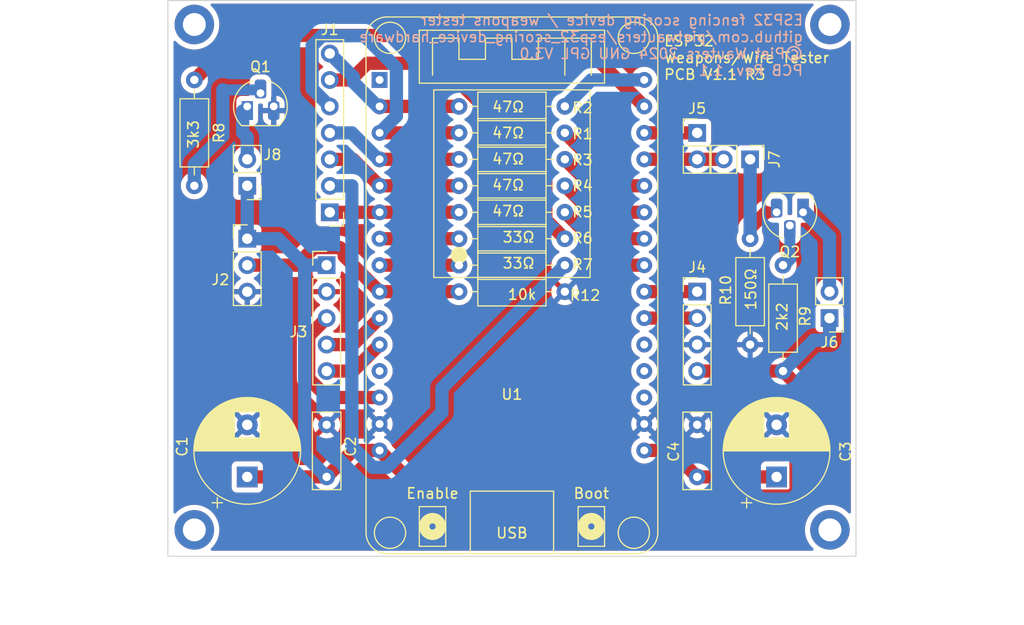
<source format=kicad_pcb>
(kicad_pcb (version 20241229) (generator "pcbnew") (generator_version "9.0")
  (title_block (title "ESP32 WeaponWireTester V1.1") (date "2025-09-09") (rev "R3") (company "Piet Wauters, Claude Wolter") (comment 1 "https://github.com/pietwauters/WeaponWireTester") (comment 2 "©2025  CC BY-NC-SA 4.0") (comment 4 "R3: replace transistor footprints with handsolder friendly"))
  (layers (0 "F.Cu" signal) (2 "B.Cu" signal) (13 "F.Paste" user) (15 "B.Paste" user) (5 "F.SilkS" user "F.Silkscreen") (7 "B.SilkS" user "B.Silkscreen") (1 "F.Mask" user) (3 "B.Mask" user) (25 "Edge.Cuts" user))
  (net 0 "")
  (net 1 "+5V")
  (net 2 "+3.3V")
  (net 3 "GND")
  (net 4 "Net-(J1-Pin_6)")
  (net 5 "Net-(J1-Pin_3)")
  (net 6 "Net-(J1-Pin_1)")
  (net 7 "Net-(J1-Pin_2)")
  (net 8 "Net-(J1-Pin_7)")
  (net 9 "Net-(J1-Pin_4)")
  (net 10 "Net-(J1-Pin_5)")
  (net 11 "Net-(J2-Pin_2)")
  (net 12 "Net-(J3-Pin_4)")
  (net 13 "Net-(J3-Pin_3)")
  (net 14 "Net-(J3-Pin_5)")
  (net 15 "Net-(J4-Pin_1)")
  (net 16 "Net-(J4-Pin_2)")
  (net 17 "Net-(J5-Pin_2)")
  (net 18 "Net-(J5-Pin_1)")
  (net 19 "Net-(J6-Pin_2)")
  (net 20 "Net-(J7-Pin_1)")
  (net 21 "Net-(J8-Pin_2)")
  (net 22 "Net-(Q1-B)")
  (net 23 "Net-(Q2-B)")
  (net 24 "Net-(U1-IO21)")
  (net 25 "Net-(U1-IO23)")
  (net 26 "Net-(U1-IO19)")
  (net 27 "Net-(U1-IO18)")
  (net 28 "Net-(U1-IO5)")
  (net 29 "Net-(U1-IO33)")
  (net 30 "Net-(U1-IO25)")
  (net 31 "Net-(U1-IO22)")
  (footprint "Package_TO_SOT_THT:TO-92L_HandSolder" (layer "F.Cu") (at 170.67 80.48 180)
    (property "Reference" "Q2" (at 1.27 -3.8 180) (layer "F.SilkS"))
    (property "Value" "BC337")
    (pad "1" thru_hole rect (at 0 0 180) (size 1.1 1.8) (drill 0.75 (offset 0 0.4)) (layers "*.Cu" "*.Mask") (net 19 "Net-(J6-Pin_2)"))
    (pad "2" thru_hole roundrect (at 1.27 -1.27 180) (size 1.1 1.8) (drill 0.75 (offset 0 -0.4)) (layers "*.Cu" "*.Mask") (net 23 "Net-(Q2-B)"))
    (pad "3" thru_hole roundrect (at 2.54 0 180) (size 1.1 1.8) (drill 0.75 (offset 0 0.4)) (layers "*.Cu" "*.Mask") (net 20 "Net-(J7-Pin_1)"))
  )
  (footprint "Capacitor_THT:C_Rect_L7.2mm_W2.5mm_P5.00mm_FKS2_FKP2_MKS2_MKP2" (layer "F.Cu") (at 124.95 105.88 90)
    (property "Reference" "C2" (at 2.92 2.3 90) (layer "F.SilkS"))
    (property "Value" "100nF")
    (pad "1" thru_hole circle (at 0 0 90) (size 1.6 1.6) (drill 0.8) (layers "*.Cu" "*.Mask") (net 1 "+5V"))
    (pad "2" thru_hole circle (at 5 0 90) (size 1.6 1.6) (drill 0.8) (layers "*.Cu" "*.Mask") (net 3 "GND"))
  )
  (footprint "Resistor_THT:R_Axial_DIN0207_L6.3mm_D2.5mm_P10.16mm_Horizontal" (layer "F.Cu") (at 137.65 83.02)
    (property "Reference" "R6" (at 11.85 -0.06 0) (layer "F.SilkS"))
    (property "Value" "33R")
    (pad "1" thru_hole circle (at 0 0) (size 1.6 1.6) (drill 0.8) (layers "*.Cu" "*.Mask") (net 29 "Net-(U1-IO33)"))
    (pad "2" thru_hole oval (at 10.16 0) (size 1.6 1.6) (drill 0.8) (layers "*.Cu" "*.Mask") (net 4 "Net-(J1-Pin_6)"))
  )
  (footprint "Connector_PinHeader_2.54mm:PinHeader_1x02_P2.54mm_Vertical" (layer "F.Cu") (at 165.59 75.4 -90)
    (property "Reference" "J7" (at 0 -2.33 90) (layer "F.SilkS"))
    (property "Value" "Conn_01x02")
    (pad "1" thru_hole rect (at 0 0 270) (size 1.7 1.7) (drill 1) (layers "*.Cu" "*.Mask") (net 20 "Net-(J7-Pin_1)"))
    (pad "2" thru_hole oval (at 0 2.54 270) (size 1.7 1.7) (drill 1) (layers "*.Cu" "*.Mask") (net 17 "Net-(J5-Pin_2)"))
  )
  (footprint "Connector_PinHeader_2.54mm:PinHeader_1x03_P2.54mm_Vertical" (layer "F.Cu") (at 117.33 83.02)
    (property "Reference" "J2" (at -2.58 3.94 0) (layer "F.SilkS"))
    (property "Value" "Conn_01x03")
    (pad "1" thru_hole rect (at 0 0) (size 1.7 1.7) (drill 1) (layers "*.Cu" "*.Mask") (net 1 "+5V"))
    (pad "2" thru_hole oval (at 0 2.54) (size 1.7 1.7) (drill 1) (layers "*.Cu" "*.Mask") (net 11 "Net-(J2-Pin_2)"))
    (pad "3" thru_hole oval (at 0 5.08) (size 1.7 1.7) (drill 1) (layers "*.Cu" "*.Mask") (net 3 "GND"))
  )
  (footprint "Resistor_THT:R_Axial_DIN0207_L6.3mm_D2.5mm_P10.16mm_Horizontal" (layer "F.Cu") (at 137.65 85.56)
    (property "Reference" "R7" (at 11.85 -0.06 0) (layer "F.SilkS"))
    (property "Value" "33R")
    (pad "1" thru_hole circle (at 0 0) (size 1.6 1.6) (drill 0.8) (layers "*.Cu" "*.Mask") (net 30 "Net-(U1-IO25)"))
    (pad "2" thru_hole oval (at 10.16 0) (size 1.6 1.6) (drill 0.8) (layers "*.Cu" "*.Mask") (net 7 "Net-(J1-Pin_2)"))
  )
  (footprint "Connector_PinHeader_2.54mm:PinHeader_1x02_P2.54mm_Vertical" (layer "F.Cu") (at 173.21 90.64 180)
    (property "Reference" "J6" (at 0 -2.33 0) (layer "F.SilkS"))
    (property "Value" "Conn_01x02")
    (pad "1" thru_hole rect (at 0 0 180) (size 1.7 1.7) (drill 1) (layers "*.Cu" "*.Mask") (net 1 "+5V"))
    (pad "2" thru_hole oval (at 0 2.54 180) (size 1.7 1.7) (drill 1) (layers "*.Cu" "*.Mask") (net 19 "Net-(J6-Pin_2)"))
  )
  (footprint "Resistor_THT:R_Axial_DIN0207_L6.3mm_D2.5mm_P10.16mm_Horizontal" (layer "F.Cu") (at 147.81 88.1 180)
    (property "Reference" "R12" (at -1.94 -0.36 0) (layer "F.SilkS"))
    (property "Value" "10k")
    (pad "1" thru_hole circle (at 0 0 180) (size 1.6 1.6) (drill 0.8) (layers "*.Cu" "*.Mask") (net 3 "GND"))
    (pad "2" thru_hole oval (at 10.16 0 180) (size 1.6 1.6) (drill 0.8) (layers "*.Cu" "*.Mask") (net 11 "Net-(J2-Pin_2)"))
  )
  (footprint "Package_TO_SOT_THT:TO-92L_HandSolder" (layer "F.Cu") (at 117.33 70.32)
    (property "Reference" "Q1" (at 1.27 -3.8 0) (layer "F.SilkS"))
    (property "Value" "BC337")
    (pad "1" thru_hole rect (at 0 0) (size 1.1 1.8) (drill 0.75 (offset 0 0.4)) (layers "*.Cu" "*.Mask") (net 21 "Net-(J8-Pin_2)"))
    (pad "2" thru_hole roundrect (at 1.27 -1.27) (size 1.1 1.8) (drill 0.75 (offset 0 -0.4)) (layers "*.Cu" "*.Mask") (net 22 "Net-(Q1-B)"))
    (pad "3" thru_hole roundrect (at 2.54 0) (size 1.1 1.8) (drill 0.75 (offset 0 0.4)) (layers "*.Cu" "*.Mask") (net 3 "GND"))
  )
  (footprint "MountingHole:MountingHole_2.2mm_M2_DIN965_Pad_TopBottom" (layer "F.Cu") (at 112.25 62.46)
    (property "Reference" "HOLE1" (hide yes))
    (property "Value" "MountingHole_2.2mm_M2_DIN965_Pad_TopBottom")
    (pad "1" thru_hole circle (at 0 0) (size 2.6 2.6) (drill 2.2) (layers "*.Cu" "*.Mask"))
    (pad "1" connect circle (at 0 0) (size 3.8 3.8) (layers "F.Cu" "F.Mask"))
    (pad "1" connect circle (at 0 0) (size 3.8 3.8) (layers "B.Cu" "B.Mask"))
  )
  (footprint "Resistor_THT:R_Axial_DIN0207_L6.3mm_D2.5mm_P10.16mm_Horizontal" (layer "F.Cu") (at 165.59 83.02 -90)
    (property "Reference" "R10" (at 4.94 2.34 90) (layer "F.SilkS"))
    (property "Value" "150")
    (pad "1" thru_hole circle (at 0 0 270) (size 1.6 1.6) (drill 0.8) (layers "*.Cu" "*.Mask") (net 20 "Net-(J7-Pin_1)"))
    (pad "2" thru_hole oval (at 10.16 0 270) (size 1.6 1.6) (drill 0.8) (layers "*.Cu" "*.Mask") (net 3 "GND"))
  )
  (footprint "Resistor_THT:R_Axial_DIN0207_L6.3mm_D2.5mm_P10.16mm_Horizontal" (layer "F.Cu") (at 147.81 80.48 180)
    (property "Reference" "R5" (at -1.69 0.02 0) (layer "F.SilkS"))
    (property "Value" "47R")
    (pad "1" thru_hole circle (at 0 0 180) (size 1.6 1.6) (drill 0.8) (layers "*.Cu" "*.Mask") (net 28 "Net-(U1-IO5)"))
    (pad "2" thru_hole oval (at 10.16 0 180) (size 1.6 1.6) (drill 0.8) (layers "*.Cu" "*.Mask") (net 6 "Net-(J1-Pin_1)"))
  )
  (footprint "Resistor_THT:R_Axial_DIN0207_L6.3mm_D2.5mm_P10.16mm_Horizontal" (layer "F.Cu") (at 168.75 95.72 90)
    (property "Reference" "R9" (at 5.26 2.12 90) (layer "F.SilkS"))
    (property "Value" "2k2")
    (pad "1" thru_hole circle (at 0 0 90) (size 1.6 1.6) (drill 0.8) (layers "*.Cu" "*.Mask") (net 1 "+5V"))
    (pad "2" thru_hole oval (at 10.16 0 90) (size 1.6 1.6) (drill 0.8) (layers "*.Cu" "*.Mask") (net 23 "Net-(Q2-B)"))
  )
  (footprint "Resistor_THT:R_Axial_DIN0207_L6.3mm_D2.5mm_P10.16mm_Horizontal" (layer "F.Cu") (at 112.25 67.78 -90)
    (property "Reference" "R8" (at 5.08 -2.37 90) (layer "F.SilkS"))
    (property "Value" "3K3")
    (pad "1" thru_hole circle (at 0 0 270) (size 1.6 1.6) (drill 0.8) (layers "*.Cu" "*.Mask") (net 31 "Net-(U1-IO22)"))
    (pad "2" thru_hole oval (at 10.16 0 270) (size 1.6 1.6) (drill 0.8) (layers "*.Cu" "*.Mask") (net 22 "Net-(Q1-B)"))
  )
  (footprint "Connector_PinHeader_2.54mm:PinHeader_1x02_P2.54mm_Vertical" (layer "F.Cu") (at 160.51 72.86)
    (property "Reference" "J5" (at 0 -2.33 0) (layer "F.SilkS"))
    (property "Value" "Conn_01x02")
    (pad "1" thru_hole rect (at 0 0) (size 1.7 1.7) (drill 1) (layers "*.Cu" "*.Mask") (net 18 "Net-(J5-Pin_1)"))
    (pad "2" thru_hole oval (at 0 2.54) (size 1.7 1.7) (drill 1) (layers "*.Cu" "*.Mask") (net 17 "Net-(J5-Pin_2)"))
  )
  (footprint "Resistor_THT:R_Axial_DIN0207_L6.3mm_D2.5mm_P10.16mm_Horizontal" (layer "F.Cu") (at 147.81 75.4 180)
    (property "Reference" "R3" (at -1.69 -0.06 0) (layer "F.SilkS"))
    (property "Value" "47R")
    (pad "1" thru_hole circle (at 0 0 180) (size 1.6 1.6) (drill 0.8) (layers "*.Cu" "*.Mask") (net 26 "Net-(U1-IO19)"))
    (pad "2" thru_hole oval (at 10.16 0 180) (size 1.6 1.6) (drill 0.8) (layers "*.Cu" "*.Mask") (net 9 "Net-(J1-Pin_4)"))
  )
  (footprint "Resistor_THT:R_Axial_DIN0207_L6.3mm_D2.5mm_P10.16mm_Horizontal" (layer "F.Cu") (at 147.81 70.32 180)
    (property "Reference" "R2" (at -1.69 -0.14 0) (layer "F.SilkS"))
    (property "Value" "47R")
    (pad "1" thru_hole circle (at 0 0 180) (size 1.6 1.6) (drill 0.8) (layers "*.Cu" "*.Mask") (net 25 "Net-(U1-IO23)"))
    (pad "2" thru_hole oval (at 10.16 0 180) (size 1.6 1.6) (drill 0.8) (layers "*.Cu" "*.Mask") (net 8 "Net-(J1-Pin_7)"))
  )
  (footprint "MountingHole:MountingHole_2.2mm_M2_DIN965_Pad_TopBottom" (layer "F.Cu") (at 173.25 62.46)
    (property "Reference" "HOLE2" (hide yes))
    (property "Value" "MountingHole_2.2mm_M2_DIN965_Pad_TopBottom")
    (pad "1" thru_hole circle (at 0 0) (size 2.6 2.6) (drill 2.2) (layers "*.Cu" "*.Mask"))
    (pad "1" connect circle (at 0 0) (size 3.8 3.8) (layers "F.Cu" "F.Mask"))
    (pad "1" connect circle (at 0 0) (size 3.8 3.8) (layers "B.Cu" "B.Mask"))
  )
  (footprint "Capacitor_THT:C_Rect_L7.2mm_W2.5mm_P5.00mm_FKS2_FKP2_MKS2_MKP2" (layer "F.Cu") (at 160.51 105.88 90)
    (property "Reference" "C4" (at 2.42 -2.26 90) (layer "F.SilkS"))
    (property "Value" "100nF")
    (pad "1" thru_hole circle (at 0 0 90) (size 1.6 1.6) (drill 0.8) (layers "*.Cu" "*.Mask") (net 2 "+3.3V"))
    (pad "2" thru_hole circle (at 5 0 90) (size 1.6 1.6) (drill 0.8) (layers "*.Cu" "*.Mask") (net 3 "GND"))
  )
  (footprint "Connector_PinHeader_2.54mm:PinHeader_1x02_P2.54mm_Vertical" (layer "F.Cu") (at 117.33 77.94 180)
    (property "Reference" "J8" (at -2.42 2.98 0) (layer "F.SilkS"))
    (property "Value" "Conn_01x02")
    (pad "1" thru_hole rect (at 0 0 180) (size 1.7 1.7) (drill 1) (layers "*.Cu" "*.Mask") (net 1 "+5V"))
    (pad "2" thru_hole oval (at 0 2.54 180) (size 1.7 1.7) (drill 1) (layers "*.Cu" "*.Mask") (net 21 "Net-(J8-Pin_2)"))
  )
  (footprint "Capacitor_THT:CP_Radial_D10.0mm_P5.00mm" (layer "F.Cu") (at 117.33 105.88 90)
    (property "Reference" "C1" (at 2.92 -6.25 90) (layer "F.SilkS"))
    (property "Value" "470uF")
    (pad "1" thru_hole rect (at 0 0 90) (size 2 2) (drill 1) (layers "*.Cu" "*.Mask") (net 1 "+5V"))
    (pad "2" thru_hole circle (at 5 0 90) (size 2 2) (drill 1) (layers "*.Cu" "*.Mask") (net 3 "GND"))
  )
  (footprint "Capacitor_THT:CP_Radial_D10.0mm_P5.00mm" (layer "F.Cu") (at 168.13 105.88 90)
    (property "Reference" "C3" (at 2.42 6.62 90) (layer "F.SilkS"))
    (property "Value" "470uF")
    (pad "1" thru_hole rect (at 0 0 90) (size 2 2) (drill 1) (layers "*.Cu" "*.Mask") (net 2 "+3.3V"))
    (pad "2" thru_hole circle (at 5 0 90) (size 2 2) (drill 1) (layers "*.Cu" "*.Mask") (net 3 "GND"))
  )
  (footprint "Connector_PinHeader_2.54mm:PinHeader_1x04_P2.54mm_Vertical" (layer "F.Cu") (at 160.51 88.1)
    (property "Reference" "J4" (at 0 -2.33 0) (layer "F.SilkS"))
    (property "Value" "Conn_01x04")
    (pad "1" thru_hole rect (at 0 0) (size 1.7 1.7) (drill 1) (layers "*.Cu" "*.Mask") (net 15 "Net-(J4-Pin_1)"))
    (pad "2" thru_hole oval (at 0 2.54) (size 1.7 1.7) (drill 1) (layers "*.Cu" "*.Mask") (net 16 "Net-(J4-Pin_2)"))
    (pad "3" thru_hole oval (at 0 5.08) (size 1.7 1.7) (drill 1) (layers "*.Cu" "*.Mask") (net 3 "GND"))
    (pad "4" thru_hole oval (at 0 7.62) (size 1.7 1.7) (drill 1) (layers "*.Cu" "*.Mask") (net 1 "+5V"))
  )
  (footprint "MountingHole:MountingHole_2.2mm_M2_DIN965_Pad_TopBottom" (layer "F.Cu") (at 173.25 110.96)
    (property "Reference" "HOLE3" (hide yes))
    (property "Value" "MountingHole_2.2mm_M2_DIN965_Pad_TopBottom")
    (pad "1" thru_hole circle (at 0 0) (size 2.6 2.6) (drill 2.2) (layers "*.Cu" "*.Mask"))
    (pad "1" connect circle (at 0 0) (size 3.8 3.8) (layers "F.Cu" "F.Mask"))
    (pad "1" connect circle (at 0 0) (size 3.8 3.8) (layers "B.Cu" "B.Mask"))
  )
  (footprint "Resistor_THT:R_Axial_DIN0207_L6.3mm_D2.5mm_P10.16mm_Horizontal" (layer "F.Cu") (at 147.81 72.86 180)
    (property "Reference" "R1" (at -1.69 -0.1 0) (layer "F.SilkS"))
    (property "Value" "47R")
    (pad "1" thru_hole circle (at 0 0 180) (size 1.6 1.6) (drill 0.8) (layers "*.Cu" "*.Mask") (net 24 "Net-(U1-IO21)"))
    (pad "2" thru_hole oval (at 10.16 0 180) (size 1.6 1.6) (drill 0.8) (layers "*.Cu" "*.Mask") (net 10 "Net-(J1-Pin_5)"))
  )
  (footprint "Connector_PinHeader_2.54mm:PinHeader_1x05_P2.54mm_Vertical" (layer "F.Cu") (at 124.95 85.56)
    (property "Reference" "J3" (at -2.7 6.4 0) (layer "F.SilkS"))
    (property "Value" "Conn_01x05")
    (pad "1" thru_hole rect (at 0 0) (size 1.7 1.7) (drill 1) (layers "*.Cu" "*.Mask") (net 1 "+5V"))
    (pad "2" thru_hole oval (at 0 2.54) (size 1.7 1.7) (drill 1) (layers "*.Cu" "*.Mask") (net 3 "GND"))
    (pad "3" thru_hole oval (at 0 5.08) (size 1.7 1.7) (drill 1) (layers "*.Cu" "*.Mask") (net 13 "Net-(J3-Pin_3)"))
    (pad "4" thru_hole oval (at 0 7.62) (size 1.7 1.7) (drill 1) (layers "*.Cu" "*.Mask") (net 12 "Net-(J3-Pin_4)"))
    (pad "5" thru_hole oval (at 0 10.16) (size 1.7 1.7) (drill 1) (layers "*.Cu" "*.Mask") (net 14 "Net-(J3-Pin_5)"))
  )
  (footprint "ESP32_DevKit_V1_DOIT:esp32_devkit_v1_doit" (layer "F.Cu") (at 142.73 67.78)
    (property "Reference" "U1" (at 0 30.18 0) (layer "F.SilkS"))
    (property "Value" "ESP32_DevKit_V1_DOIT")
    (fp_text user "Enable" (at -7.62 39.68 0) (layer "F.SilkS"))
    (fp_text user "Boot" (at 7.62 39.68 0) (layer "F.SilkS"))
    (fp_text user "USB" (at 0 43.49 0) (layer "F.SilkS"))
    (pad "1" thru_hole rect (at -12.7 0) (size 1.524 1.524) (drill 0.762) (layers "*.Cu" "*.Mask"))
    (pad "2" thru_hole circle (at -12.7 2.54) (size 1.524 1.524) (drill 0.762) (layers "*.Cu" "*.Mask") (net 8 "Net-(J1-Pin_7)"))
    (pad "3" thru_hole circle (at -12.7 5.08) (size 1.524 1.524) (drill 0.762) (layers "*.Cu" "*.Mask") (net 10 "Net-(J1-Pin_5)"))
    (pad "4" thru_hole circle (at -12.7 7.62) (size 1.524 1.524) (drill 0.762) (layers "*.Cu" "*.Mask") (net 9 "Net-(J1-Pin_4)"))
    (pad "5" thru_hole circle (at -12.7 10.16) (size 1.524 1.524) (drill 0.762) (layers "*.Cu" "*.Mask") (net 5 "Net-(J1-Pin_3)"))
    (pad "6" thru_hole circle (at -12.7 12.7) (size 1.524 1.524) (drill 0.762) (layers "*.Cu" "*.Mask") (net 6 "Net-(J1-Pin_1)"))
    (pad "7" thru_hole circle (at -12.7 15.24) (size 1.524 1.524) (drill 0.762) (layers "*.Cu" "*.Mask") (net 29 "Net-(U1-IO33)"))
    (pad "8" thru_hole circle (at -12.7 17.78) (size 1.524 1.524) (drill 0.762) (layers "*.Cu" "*.Mask") (net 30 "Net-(U1-IO25)"))
    (pad "9" thru_hole circle (at -12.7 20.32) (size 1.524 1.524) (drill 0.762) (layers "*.Cu" "*.Mask") (net 11 "Net-(J2-Pin_2)"))
    (pad "10" thru_hole circle (at -12.7 22.86) (size 1.524 1.524) (drill 0.762) (layers "*.Cu" "*.Mask") (net 12 "Net-(J3-Pin_4)"))
    (pad "11" thru_hole circle (at -12.7 25.4) (size 1.524 1.524) (drill 0.762) (layers "*.Cu" "*.Mask") (net 14 "Net-(J3-Pin_5)"))
    (pad "12" thru_hole circle (at -12.7 27.94) (size 1.524 1.524) (drill 0.762) (layers "*.Cu" "*.Mask"))
    (pad "13" thru_hole circle (at -12.7 30.48) (size 1.524 1.524) (drill 0.762) (layers "*.Cu" "*.Mask") (net 13 "Net-(J3-Pin_3)"))
    (pad "14" thru_hole circle (at -12.7 33.02) (size 1.524 1.524) (drill 0.762) (layers "*.Cu" "*.Mask") (net 3 "GND"))
    (pad "15" thru_hole circle (at -12.7 35.56) (size 1.524 1.524) (drill 0.762) (layers "*.Cu" "*.Mask") (net 1 "+5V"))
    (pad "16" thru_hole circle (at 12.7 35.56) (size 1.524 1.524) (drill 0.762) (layers "*.Cu" "*.Mask") (net 2 "+3.3V"))
    (pad "17" thru_hole circle (at 12.7 33.02) (size 1.524 1.524) (drill 0.762) (layers "*.Cu" "*.Mask") (net 3 "GND"))
    (pad "18" thru_hole circle (at 12.7 30.48) (size 1.524 1.524) (drill 0.762) (layers "*.Cu" "*.Mask"))
    (pad "19" thru_hole circle (at 12.7 27.94) (size 1.524 1.524) (drill 0.762) (layers "*.Cu" "*.Mask"))
    (pad "20" thru_hole circle (at 12.7 25.4) (size 1.524 1.524) (drill 0.762) (layers "*.Cu" "*.Mask"))
    (pad "21" thru_hole circle (at 12.7 22.86) (size 1.524 1.524) (drill 0.762) (layers "*.Cu" "*.Mask") (net 16 "Net-(J4-Pin_2)"))
    (pad "22" thru_hole circle (at 12.7 20.32) (size 1.524 1.524) (drill 0.762) (layers "*.Cu" "*.Mask") (net 15 "Net-(J4-Pin_1)"))
    (pad "23" thru_hole circle (at 12.7 17.78) (size 1.524 1.524) (drill 0.762) (layers "*.Cu" "*.Mask") (net 28 "Net-(U1-IO5)"))
    (pad "24" thru_hole circle (at 12.7 15.24) (size 1.524 1.524) (drill 0.762) (layers "*.Cu" "*.Mask") (net 27 "Net-(U1-IO18)"))
    (pad "25" thru_hole circle (at 12.7 12.7) (size 1.524 1.524) (drill 0.762) (layers "*.Cu" "*.Mask") (net 26 "Net-(U1-IO19)"))
    (pad "26" thru_hole circle (at 12.7 10.16) (size 1.524 1.524) (drill 0.762) (layers "*.Cu" "*.Mask") (net 24 "Net-(U1-IO21)"))
    (pad "27" thru_hole circle (at 12.7 7.62) (size 1.524 1.524) (drill 0.762) (layers "*.Cu" "*.Mask") (net 17 "Net-(J5-Pin_2)"))
    (pad "28" thru_hole circle (at 12.7 5.08) (size 1.524 1.524) (drill 0.762) (layers "*.Cu" "*.Mask") (net 18 "Net-(J5-Pin_1)"))
    (pad "29" thru_hole circle (at 12.7 2.54) (size 1.524 1.524) (drill 0.762) (layers "*.Cu" "*.Mask") (net 31 "Net-(U1-IO22)"))
    (pad "30" thru_hole circle (at 12.7 0) (size 1.524 1.524) (drill 0.762) (layers "*.Cu" "*.Mask") (net 25 "Net-(U1-IO23)"))
  )
  (footprint "Resistor_THT:R_Axial_DIN0207_L6.3mm_D2.5mm_P10.16mm_Horizontal" (layer "F.Cu") (at 147.81 77.94 180)
    (property "Reference" "R4" (at -1.69 -0.02 0) (layer "F.SilkS"))
    (property "Value" "47R")
    (pad "1" thru_hole circle (at 0 0 180) (size 1.6 1.6) (drill 0.8) (layers "*.Cu" "*.Mask") (net 27 "Net-(U1-IO18)"))
    (pad "2" thru_hole oval (at 10.16 0 180) (size 1.6 1.6) (drill 0.8) (layers "*.Cu" "*.Mask") (net 5 "Net-(J1-Pin_3)"))
  )
  (footprint "Connector_PinHeader_2.54mm:PinHeader_1x07_P2.54mm_Vertical" (layer "F.Cu") (at 125.25 80.485 180)
    (property "Reference" "J1" (at 0 17.525 0) (layer "F.SilkS"))
    (property "Value" "Conn_01x07")
    (pad "1" thru_hole rect (at 0 0 180) (size 1.7 1.7) (drill 1) (layers "*.Cu" "*.Mask") (net 6 "Net-(J1-Pin_1)"))
    (pad "2" thru_hole oval (at 0 2.54 180) (size 1.7 1.7) (drill 1) (layers "*.Cu" "*.Mask") (net 7 "Net-(J1-Pin_2)"))
    (pad "3" thru_hole oval (at 0 5.08 180) (size 1.7 1.7) (drill 1) (layers "*.Cu" "*.Mask") (net 5 "Net-(J1-Pin_3)"))
    (pad "4" thru_hole oval (at 0 7.62 180) (size 1.7 1.7) (drill 1) (layers "*.Cu" "*.Mask") (net 9 "Net-(J1-Pin_4)"))
    (pad "5" thru_hole oval (at 0 10.16 180) (size 1.7 1.7) (drill 1) (layers "*.Cu" "*.Mask") (net 10 "Net-(J1-Pin_5)"))
    (pad "6" thru_hole oval (at 0 12.7 180) (size 1.7 1.7) (drill 1) (layers "*.Cu" "*.Mask") (net 4 "Net-(J1-Pin_6)"))
    (pad "7" thru_hole oval (at 0 15.24 180) (size 1.7 1.7) (drill 1) (layers "*.Cu" "*.Mask") (net 8 "Net-(J1-Pin_7)"))
  )
  (footprint "MountingHole:MountingHole_2.2mm_M2_DIN965_Pad_TopBottom" (layer "F.Cu") (at 112.25 110.96)
    (property "Reference" "HOLE4" (hide yes))
    (property "Value" "MountingHole_2.2mm_M2_DIN965_Pad_TopBottom")
    (pad "1" thru_hole circle (at 0 0) (size 2.6 2.6) (drill 2.2) (layers "*.Cu" "*.Mask"))
    (pad "1" connect circle (at 0 0) (size 3.8 3.8) (layers "F.Cu" "F.Mask"))
    (pad "1" connect circle (at 0 0) (size 3.8 3.8) (layers "B.Cu" "B.Mask"))
  )
  (gr_poly (pts (xy 175.75 113.5) (xy 109.71 113.5) (xy 109.71 60.16) (xy 175.75 60.16)) (stroke (width 0.1)) (fill no) (layer "Edge.Cuts"))
  (gr_text "3k3" (at 112.75 74.46 90) (layer "F.SilkS") (effects (font (size 1 1)) (justify left bottom)))
  (gr_text "47Ω" (at 140.75 73.46 0) (layer "F.SilkS") (effects (font (size 1 1)) (justify left bottom)))
  (gr_text "33Ω" (at 141.75 83.46 0) (layer "F.SilkS") (effects (font (size 1 1)) (justify left bottom)))
  (gr_text "150Ω" (at 166.25 89.96 90) (layer "F.SilkS") (effects (font (size 1 1)) (justify left bottom)))
  (gr_text "47Ω" (at 140.75 78.46 0) (layer "F.SilkS") (effects (font (size 1 1)) (justify left bottom)))
  (gr_text "47Ω" (at 140.75 70.96 0) (layer "F.SilkS") (effects (font (size 1 1)) (justify left bottom)))
  (gr_text "47Ω" (at 140.75 80.96 0) (layer "F.SilkS") (effects (font (size 1 1)) (justify left bottom)))
  (gr_text "47Ω" (at 140.75 75.96 0) (layer "F.SilkS") (effects (font (size 1 1)) (justify left bottom)))
  (gr_text "33Ω" (at 141.75 85.96 0) (layer "F.SilkS") (effects (font (size 1 1)) (justify left bottom)))
  (gr_text "2k2" (at 169.25 91.96 90) (layer "F.SilkS") (effects (font (size 1 1)) (justify left bottom)))
  (gr_text "ESP32 \nWeapons/Wire Tester \nPCB V1.1 R3\n\n" (at 157.25 69.46 0) (layer "F.SilkS") (effects (font (size 1 1)) (justify left bottom)))
  (gr_text "10k" (at 142.25 88.96 0) (layer "F.SilkS") (effects (font (size 1 1)) (justify left bottom)))
  (gr_text "ESP32 fencing scoring device / weapons tester\ngithub.com/pietwauters/esp32_scoring_device_hardware\n©Piet Wauters 2024 GNU GPL V3.0\nPCB Rev. 1.1" (at 170.75 67.46 0) (layer "B.SilkS") (effects (font (size 1 1)) (justify left bottom mirror)))
  (segment (start 169.9932 107.2363) (end 169.9932 96.9632) (width 1.27) (layer "F.Cu") (net 1))
  (segment (start 168.75 95.72) (end 160.51 95.72) (width 1.27) (layer "F.Cu") (net 1))
  (segment (start 124.95 105.88) (end 127.49 103.34) (width 1.27) (layer "F.Cu") (net 1))
  (segment (start 169.9932 96.9632) (end 168.75 95.72) (width 1.27) (layer "F.Cu") (net 1))
  (segment (start 117.33 105.88) (end 124.95 105.88) (width 1.27) (layer "F.Cu") (net 1))
  (segment (start 169.5128 107.7167) (end 169.9932 107.2363) (width 1.27) (layer "F.Cu") (net 1))
  (segment (start 134.4067 107.7167) (end 169.5128 107.7167) (width 1.27) (layer "F.Cu") (net 1))
  (segment (start 127.49 103.34) (end 130.03 103.34) (width 1.27) (layer "F.Cu") (net 1))
  (segment (start 130.03 103.34) (end 134.4067 107.7167) (width 1.27) (layer "F.Cu") (net 1))
  (segment (start 173.21 90.64) (end 173.21 92.76) (width 1.27) (layer "B.Cu") (net 1))
  (segment (start 122.83 103.76) (end 124.95 105.88) (width 1.27) (layer "B.Cu") (net 1))
  (segment (start 122.83 85.56) (end 122.83 103.76) (width 1.27) (layer "B.Cu") (net 1))
  (segment (start 120.29 83.02) (end 122.83 85.56) (width 1.27) (layer "B.Cu") (net 1))
  (segment (start 117.33 83.02) (end 120.29 83.02) (width 1.27) (layer "B.Cu") (net 1))
  (segment (start 117.33 83.02) (end 117.33 77.94) (width 1.27) (layer "B.Cu") (net 1))
  (segment (start 173.21 92.76) (end 171.71 92.76) (width 1.27) (layer "B.Cu") (net 1))
  (segment (start 171.71 92.76) (end 168.75 95.72) (width 1.27) (layer "B.Cu") (net 1))
  (segment (start 124.95 85.56) (end 122.83 85.56) (width 1.27) (layer "B.Cu") (net 1))
  (segment (start 168.13 105.88) (end 160.51 105.88) (width 1.27) (layer "F.Cu") (net 2))
  (segment (start 155.43 103.34) (end 157.97 103.34) (width 1.27) (layer "F.Cu") (net 2))
  (segment (start 157.97 103.34) (end 160.51 105.88) (width 1.27) (layer "F.Cu") (net 2))
  (segment (start 125.25 67.785) (end 127.37 67.785) (width 1.27) (layer "F.Cu") (net 4))
  (segment (start 128.8639 66.1813) (end 135.841 66.1813) (width 1.27) (layer "F.Cu") (net 4))
  (segment (start 145.9857 76.326) (end 145.9857 81.1957) (width 1.27) (layer "F.Cu") (net 4))
  (segment (start 135.841 66.1813) (end 145.9857 76.326) (width 1.27) (layer "F.Cu") (net 4))
  (segment (start 127.37 67.785) (end 127.37 67.6752) (width 1.27) (layer "F.Cu") (net 4))
  (segment (start 145.9857 81.1957) (end 147.81 83.02) (width 1.27) (layer "F.Cu") (net 4))
  (segment (start 127.37 67.6752) (end 128.8639 66.1813) (width 1.27) (layer "F.Cu") (net 4))
  (segment (start 125.25 75.405) (end 127.495 75.405) (width 1.27) (layer "F.Cu") (net 5))
  (segment (start 137.65 77.94) (end 130.03 77.94) (width 1.27) (layer "F.Cu") (net 5))
  (segment (start 127.495 75.405) (end 130.03 77.94) (width 1.27) (layer "F.Cu") (net 5))
  (segment (start 125.25 80.485) (end 130.025 80.485) (width 1.27) (layer "F.Cu") (net 6))
  (segment (start 130.025 80.485) (end 130.03 80.48) (width 1.27) (layer "F.Cu") (net 6))
  (segment (start 137.65 80.48) (end 130.03 80.48) (width 1.27) (layer "F.Cu") (net 6))
  (segment (start 136.0148 97.3552) (end 136.0148 99.6801) (width 1.27) (layer "B.Cu") (net 7))
  (segment (start 125.25 77.945) (end 127.37 77.945) (width 1.27) (layer "B.Cu") (net 7))
  (segment (start 127.37 102.9423) (end 127.37 77.945) (width 1.27) (layer "B.Cu") (net 7))
  (segment (start 130.7313 104.9636) (end 129.3913 104.9636) (width 1.27) (layer "B.Cu") (net 7))
  (segment (start 136.0148 99.6801) (end 130.7313 104.9636) (width 1.27) (layer "B.Cu") (net 7))
  (segment (start 147.81 85.56) (end 136.0148 97.3552) (width 1.27) (layer "B.Cu") (net 7))
  (segment (start 129.3913 104.9636) (end 127.37 102.9423) (width 1.27) (layer "B.Cu") (net 7))
  (segment (start 137.65 70.32) (end 130.03 70.32) (width 1.27) (layer "F.Cu") (net 8))
  (segment (start 127.5229 67.5179) (end 127.5229 68.0084) (width 1.27) (layer "B.Cu") (net 8))
  (segment (start 127.5229 68.0084) (end 129.8345 70.32) (width 1.27) (layer "B.Cu") (net 8))
  (segment (start 129.8345 70.32) (end 130.03 70.32) (width 1.27) (layer "B.Cu") (net 8))
  (segment (start 125.25 65.245) (end 127.5229 67.5179) (width 1.27) (layer "B.Cu") (net 8))
  (segment (start 137.65 75.4) (end 130.03 75.4) (width 1.27) (layer "F.Cu") (net 9))
  (segment (start 130.03 75.4) (end 129.905 75.4) (width 1.27) (layer "B.Cu") (net 9))
  (segment (start 129.905 75.4) (end 127.37 72.865) (width 1.27) (layer "B.Cu") (net 9))
  (segment (start 125.25 72.865) (end 127.37 72.865) (width 1.27) (layer "B.Cu") (net 9))
  (segment (start 137.65 72.86) (end 130.03 72.86) (width 1.27) (layer "F.Cu") (net 10))
  (segment (start 128.5561 63.5386) (end 131.6456 66.6281) (width 1.27) (layer "B.Cu") (net 10))
  (segment (start 124.5159 63.5386) (end 128.5561 63.5386) (width 1.27) (layer "B.Cu") (net 10))
  (segment (start 123.5512 64.5033) (end 124.5159 63.5386) (width 1.27) (layer "B.Cu") (net 10))
  (segment (start 125.25 70.325) (end 123.5512 68.6262) (width 1.27) (layer "B.Cu") (net 10))
  (segment (start 131.6456 71.2444) (end 130.03 72.86) (width 1.27) (layer "B.Cu") (net 10))
  (segment (start 131.6456 66.6281) (end 131.6456 71.2444) (width 1.27) (layer "B.Cu") (net 10))
  (segment (start 123.5512 68.6262) (end 123.5512 64.5033) (width 1.27) (layer "B.Cu") (net 10))
  (segment (start 117.33 85.56) (end 122.0667 85.56) (width 1.27) (layer "F.Cu") (net 11))
  (segment (start 122.0667 85.56) (end 123.7534 83.8733) (width 1.27) (layer "F.Cu") (net 11))
  (segment (start 123.7534 83.8733) (end 126.2185 83.8733) (width 1.27) (layer "F.Cu") (net 11))
  (segment (start 137.65 88.1) (end 130.03 88.1) (width 1.27) (layer "F.Cu") (net 11))
  (segment (start 126.2185 83.8733) (end 126.6379 84.2927) (width 1.27) (layer "F.Cu") (net 11))
  (segment (start 126.6379 84.7079) (end 130.03 88.1) (width 1.27) (layer "F.Cu") (net 11))
  (segment (start 126.6379 84.2927) (end 126.6379 84.7079) (width 1.27) (layer "F.Cu") (net 11))
  (segment (start 127.49 93.18) (end 130.03 90.64) (width 1.27) (layer "F.Cu") (net 12))
  (segment (start 124.95 93.18) (end 127.49 93.18) (width 1.27) (layer "F.Cu") (net 12))
  (segment (start 125.0351 98.26) (end 130.03 98.26) (width 1.27) (layer "F.Cu") (net 13))
  (segment (start 123.2325 96.4574) (end 125.0351 98.26) (width 1.27) (layer "F.Cu") (net 13))
  (segment (start 124.95 90.64) (end 123.2325 92.3575) (width 1.27) (layer "F.Cu") (net 13))
  (segment (start 123.2325 92.3575) (end 123.2325 96.4574) (width 1.27) (layer "F.Cu") (net 13))
  (segment (start 127.49 95.72) (end 130.03 93.18) (width 1.27) (layer "F.Cu") (net 14))
  (segment (start 124.95 95.72) (end 127.49 95.72) (width 1.27) (layer "F.Cu") (net 14))
  (segment (start 155.43 88.1) (end 160.51 88.1) (width 1.27) (layer "F.Cu") (net 15))
  (segment (start 155.43 90.64) (end 160.51 90.64) (width 1.27) (layer "F.Cu") (net 16))
  (segment (start 160.51 75.4) (end 163.05 75.4) (width 1.27) (layer "F.Cu") (net 17))
  (segment (start 155.43 75.4) (end 160.51 75.4) (width 1.27) (layer "F.Cu") (net 17))
  (segment (start 160.51 72.86) (end 155.43 72.86) (width 1.27) (layer "F.Cu") (net 18))
  (segment (start 170.87 80.48) (end 170.67 80.48) (width 1.0498) (layer "B.Cu") (net 19))
  (segment (start 170.87 80.48) (end 173.21 82.82) (width 1.27) (layer "B.Cu") (net 19))
  (segment (start 173.21 82.82) (end 173.21 88.1) (width 1.27) (layer "B.Cu") (net 19))
  (segment (start 165.59 82.0048) (end 165.59 83.02) (width 1.27) (layer "F.Cu") (net 20))
  (segment (start 167.1148 80.48) (end 165.59 82.0048) (width 1.27) (layer "F.Cu") (net 20))
  (segment (start 167.1148 80.48) (end 168.13 80.48) (width 1.0498) (layer "F.Cu") (net 20))
  (segment (start 165.59 83.02) (end 165.59 75.4) (width 1.27) (layer "B.Cu") (net 20))
  (segment (start 116.8909 70.7591) (end 117.33 70.32) (width 1.0498) (layer "B.Cu") (net 21))
  (segment (start 116.8909 72.8409) (end 117.33 73.28) (width 1.27) (layer "B.Cu") (net 21))
  (segment (start 116.8909 70.7591) (end 116.8909 72.8409) (width 1.27) (layer "B.Cu") (net 21))
  (segment (start 117.33 75.4) (end 117.33 73.28) (width 1.27) (layer "B.Cu") (net 21))
  (segment (start 114.9852 73.1348) (end 114.9852 68.7348) (width 1.27) (layer "B.Cu") (net 22))
  (segment (start 112.25 77.94) (end 112.25 75.87) (width 1.27) (layer "B.Cu") (net 22))
  (segment (start 112.25 75.87) (end 114.9852 73.1348) (width 1.27) (layer "B.Cu") (net 22))
  (segment (start 114.9852 68.7348) (end 118.2848 68.7348) (width 1.0498) (layer "B.Cu") (net 22))
  (segment (start 168.75 85.56) (end 168.755 85.56) (width 1.27) (layer "B.Cu") (net 23))
  (segment (start 168.755 85.56) (end 169.4 84.915) (width 1.27) (layer "B.Cu") (net 23))
  (segment (start 169.4 84.915) (end 169.4 81.75) (width 1.0498) (layer "B.Cu") (net 23))
  (segment (start 152.89 77.94) (end 155.43 77.94) (width 1.27) (layer "F.Cu") (net 24))
  (segment (start 147.81 72.86) (end 152.89 77.94) (width 1.27) (layer "F.Cu") (net 24))
  (segment (start 150.35 67.78) (end 155.43 67.78) (width 1.27) (layer "B.Cu") (net 25))
  (segment (start 147.81 70.32) (end 150.35 67.78) (width 1.27) (layer "B.Cu") (net 25))
  (segment (start 155.43 80.48) (end 152.89 80.48) (width 1.27) (layer "F.Cu") (net 26))
  (segment (start 152.89 80.48) (end 147.81 75.4) (width 1.27) (layer "F.Cu") (net 26))
  (segment (start 147.81 77.94) (end 152.89 83.02) (width 1.27) (layer "F.Cu") (net 27))
  (segment (start 152.89 83.02) (end 155.43 83.02) (width 1.27) (layer "F.Cu") (net 27))
  (segment (start 147.81 80.48) (end 152.89 85.56) (width 1.27) (layer "F.Cu") (net 28))
  (segment (start 152.89 85.56) (end 155.43 85.56) (width 1.27) (layer "F.Cu") (net 28))
  (segment (start 137.65 83.02) (end 130.03 83.02) (width 1.27) (layer "F.Cu") (net 29))
  (segment (start 137.65 85.56) (end 130.03 85.56) (width 1.27) (layer "F.Cu") (net 30))
  (segment (start 116.5167 63.5133) (end 148.6233 63.5133) (width 1.27) (layer "F.Cu") (net 31))
  (segment (start 148.6233 63.5133) (end 155.43 70.32) (width 1.27) (layer "F.Cu") (net 31))
  (segment (start 112.25 67.78) (end 116.5167 63.5133) (width 1.27) (layer "F.Cu") (net 31))
  (zone (net 3) (net_name "GND") (layers "F.Cu" "B.Cu") (connect_pads (clearance 0.5)) (min_thickness 0.25) (fill yes (thermal_gap 0.5) (thermal_bridge_width 0.5) (smoothing fillet) (radius 1))
    (polygon (pts (xy 110.25 60.46) (xy 175.25 60.46) (xy 175.25 112.96) (xy 110.25 112.96)))
  )
)
</source>
